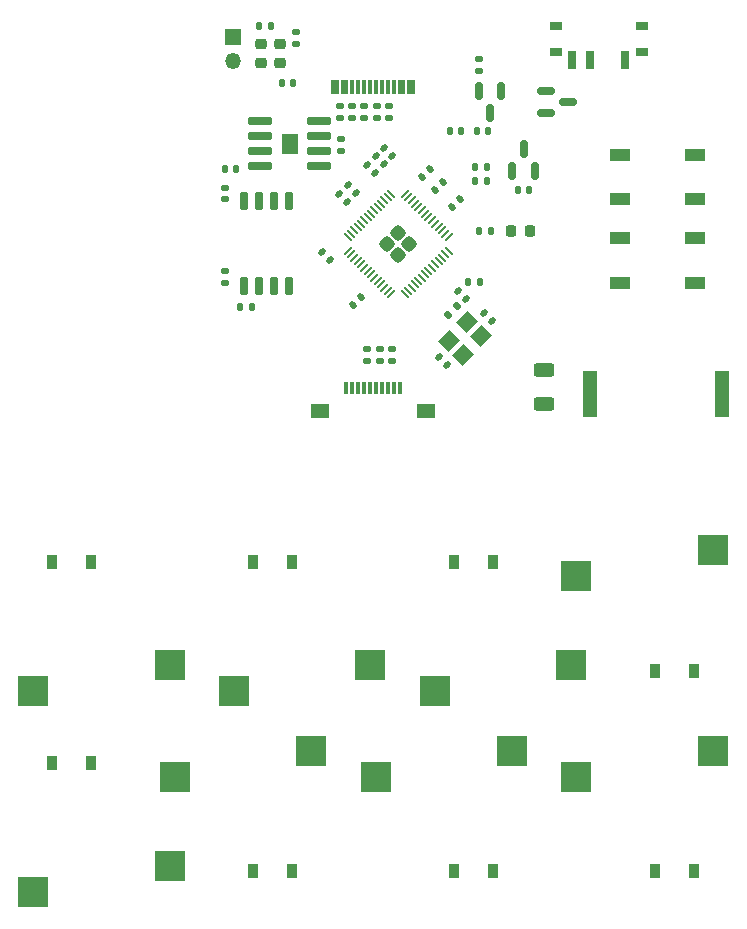
<source format=gbr>
%TF.GenerationSoftware,KiCad,Pcbnew,(6.0.4-0)*%
%TF.CreationDate,2023-04-02T18:55:50-05:00*%
%TF.ProjectId,noldaCoreRType,6e6f6c64-6143-46f7-9265-52547970652e,rev?*%
%TF.SameCoordinates,Original*%
%TF.FileFunction,Paste,Top*%
%TF.FilePolarity,Positive*%
%FSLAX46Y46*%
G04 Gerber Fmt 4.6, Leading zero omitted, Abs format (unit mm)*
G04 Created by KiCad (PCBNEW (6.0.4-0)) date 2023-04-02 18:55:50*
%MOMM*%
%LPD*%
G01*
G04 APERTURE LIST*
G04 Aperture macros list*
%AMRoundRect*
0 Rectangle with rounded corners*
0 $1 Rounding radius*
0 $2 $3 $4 $5 $6 $7 $8 $9 X,Y pos of 4 corners*
0 Add a 4 corners polygon primitive as box body*
4,1,4,$2,$3,$4,$5,$6,$7,$8,$9,$2,$3,0*
0 Add four circle primitives for the rounded corners*
1,1,$1+$1,$2,$3*
1,1,$1+$1,$4,$5*
1,1,$1+$1,$6,$7*
1,1,$1+$1,$8,$9*
0 Add four rect primitives between the rounded corners*
20,1,$1+$1,$2,$3,$4,$5,0*
20,1,$1+$1,$4,$5,$6,$7,0*
20,1,$1+$1,$6,$7,$8,$9,0*
20,1,$1+$1,$8,$9,$2,$3,0*%
%AMRotRect*
0 Rectangle, with rotation*
0 The origin of the aperture is its center*
0 $1 length*
0 $2 width*
0 $3 Rotation angle, in degrees counterclockwise*
0 Add horizontal line*
21,1,$1,$2,0,0,$3*%
G04 Aperture macros list end*
%ADD10C,0.010000*%
%ADD11RoundRect,0.135000X0.135000X0.185000X-0.135000X0.185000X-0.135000X-0.185000X0.135000X-0.185000X0*%
%ADD12RoundRect,0.218750X0.218750X0.256250X-0.218750X0.256250X-0.218750X-0.256250X0.218750X-0.256250X0*%
%ADD13R,0.900000X1.200000*%
%ADD14RoundRect,0.150000X-0.150000X0.587500X-0.150000X-0.587500X0.150000X-0.587500X0.150000X0.587500X0*%
%ADD15RoundRect,0.135000X-0.185000X0.135000X-0.185000X-0.135000X0.185000X-0.135000X0.185000X0.135000X0*%
%ADD16RoundRect,0.140000X-0.219203X-0.021213X-0.021213X-0.219203X0.219203X0.021213X0.021213X0.219203X0*%
%ADD17RoundRect,0.140000X-0.140000X-0.170000X0.140000X-0.170000X0.140000X0.170000X-0.140000X0.170000X0*%
%ADD18R,1.700000X1.000000*%
%ADD19RoundRect,0.140000X0.219203X0.021213X0.021213X0.219203X-0.219203X-0.021213X-0.021213X-0.219203X0*%
%ADD20RoundRect,0.140000X-0.021213X0.219203X-0.219203X0.021213X0.021213X-0.219203X0.219203X-0.021213X0*%
%ADD21RoundRect,0.140000X0.140000X0.170000X-0.140000X0.170000X-0.140000X-0.170000X0.140000X-0.170000X0*%
%ADD22O,1.350000X1.350000*%
%ADD23R,1.350000X1.350000*%
%ADD24RoundRect,0.135000X0.185000X-0.135000X0.185000X0.135000X-0.185000X0.135000X-0.185000X-0.135000X0*%
%ADD25R,1.650000X1.300000*%
%ADD26R,0.300000X1.000000*%
%ADD27RoundRect,0.150000X0.150000X-0.587500X0.150000X0.587500X-0.150000X0.587500X-0.150000X-0.587500X0*%
%ADD28RoundRect,0.135000X-0.035355X0.226274X-0.226274X0.035355X0.035355X-0.226274X0.226274X-0.035355X0*%
%ADD29RoundRect,0.140000X0.170000X-0.140000X0.170000X0.140000X-0.170000X0.140000X-0.170000X-0.140000X0*%
%ADD30RoundRect,0.140000X0.021213X-0.219203X0.219203X-0.021213X-0.021213X0.219203X-0.219203X0.021213X0*%
%ADD31R,0.700000X1.500000*%
%ADD32R,1.000000X0.800000*%
%ADD33RoundRect,0.218750X0.256250X-0.218750X0.256250X0.218750X-0.256250X0.218750X-0.256250X-0.218750X0*%
%ADD34RoundRect,0.250000X0.625000X-0.312500X0.625000X0.312500X-0.625000X0.312500X-0.625000X-0.312500X0*%
%ADD35R,0.300000X1.150000*%
%ADD36R,1.200000X4.000000*%
%ADD37RoundRect,0.135000X-0.135000X-0.185000X0.135000X-0.185000X0.135000X0.185000X-0.135000X0.185000X0*%
%ADD38RoundRect,0.150000X-0.587500X-0.150000X0.587500X-0.150000X0.587500X0.150000X-0.587500X0.150000X0*%
%ADD39RoundRect,0.150000X0.150000X-0.650000X0.150000X0.650000X-0.150000X0.650000X-0.150000X-0.650000X0*%
%ADD40RoundRect,0.050000X0.238649X-0.309359X0.309359X-0.238649X-0.238649X0.309359X-0.309359X0.238649X0*%
%ADD41RoundRect,0.050000X-0.238649X-0.309359X0.309359X0.238649X0.238649X0.309359X-0.309359X-0.238649X0*%
%ADD42RoundRect,0.250000X0.000000X-0.413257X0.413257X0.000000X0.000000X0.413257X-0.413257X0.000000X0*%
%ADD43RoundRect,0.042000X0.943000X0.258000X-0.943000X0.258000X-0.943000X-0.258000X0.943000X-0.258000X0*%
%ADD44RotRect,1.400000X1.200000X45.000000*%
%ADD45R,2.600000X2.600000*%
G04 APERTURE END LIST*
%TO.C,U2*%
G36*
X40311648Y-24194989D02*
G01*
X39021648Y-24194989D01*
X39021648Y-22554989D01*
X40311648Y-22554989D01*
X40311648Y-24194989D01*
G37*
D10*
X40311648Y-24194989D02*
X39021648Y-24194989D01*
X39021648Y-22554989D01*
X40311648Y-22554989D01*
X40311648Y-24194989D01*
%TD*%
D11*
%TO.C,R16*%
X56750000Y-30750000D03*
X55730000Y-30750000D03*
%TD*%
D12*
%TO.C,D12*%
X60037500Y-30750000D03*
X58462500Y-30750000D03*
%TD*%
D13*
%TO.C,D3*%
X22899990Y-58791639D03*
X19599990Y-58791639D03*
%TD*%
D14*
%TO.C,D11*%
X57616640Y-18895824D03*
X55716640Y-18895824D03*
X56666640Y-20770824D03*
%TD*%
D15*
%TO.C,R6*%
X43975000Y-21185000D03*
X43975000Y-20165000D03*
%TD*%
%TO.C,R10*%
X47050000Y-21185000D03*
X47050000Y-20165000D03*
%TD*%
D16*
%TO.C,C15*%
X53985589Y-35860589D03*
X54664411Y-36539411D03*
%TD*%
D17*
%TO.C,C22*%
X53270000Y-22325000D03*
X54230000Y-22325000D03*
%TD*%
D18*
%TO.C,SW1*%
X67683300Y-28108321D03*
X73983300Y-28108321D03*
X73983300Y-24308321D03*
X67683300Y-24308321D03*
%TD*%
D16*
%TO.C,C3*%
X56141683Y-37735607D03*
X56820505Y-38414429D03*
%TD*%
D19*
%TO.C,C14*%
X46985589Y-24435589D03*
X47664411Y-25114411D03*
%TD*%
D20*
%TO.C,C13*%
X45764411Y-36335589D03*
X45085589Y-37014411D03*
%TD*%
D21*
%TO.C,C19*%
X39980000Y-18250000D03*
X39020000Y-18250000D03*
%TD*%
D22*
%TO.C,J3*%
X34900000Y-16350000D03*
D23*
X34900000Y-14350000D03*
%TD*%
D24*
%TO.C,R7*%
X40200000Y-13890000D03*
X40200000Y-14910000D03*
%TD*%
D25*
%TO.C,J1*%
X42225000Y-46000000D03*
X51275000Y-46000000D03*
D26*
X49000000Y-44100000D03*
X48500000Y-44100000D03*
X48000000Y-44100000D03*
X47500000Y-44100000D03*
X47000000Y-44100000D03*
X46500000Y-44100000D03*
X46000000Y-44100000D03*
X45500000Y-44100000D03*
X45000000Y-44100000D03*
X44500000Y-44100000D03*
%TD*%
D19*
%TO.C,C17*%
X47710589Y-23710589D03*
X48389411Y-24389411D03*
%TD*%
D27*
%TO.C,U4*%
X58549972Y-25729155D03*
X60449972Y-25729155D03*
X59499972Y-23854155D03*
%TD*%
D15*
%TO.C,R1*%
X48075000Y-20165000D03*
X48075000Y-21185000D03*
%TD*%
D13*
%TO.C,D9*%
X53599974Y-84999960D03*
X56899974Y-84999960D03*
%TD*%
%TO.C,D5*%
X53599974Y-58791639D03*
X56899974Y-58791639D03*
%TD*%
D28*
%TO.C,R2*%
X53858358Y-37139376D03*
X53137110Y-37860624D03*
%TD*%
D13*
%TO.C,D7*%
X19599990Y-75791631D03*
X22899990Y-75791631D03*
%TD*%
D21*
%TO.C,C23*%
X59980000Y-27325000D03*
X59020000Y-27325000D03*
%TD*%
D29*
%TO.C,C6*%
X34225000Y-28104987D03*
X34225000Y-27144987D03*
%TD*%
D30*
%TO.C,C10*%
X53435589Y-28739411D03*
X54114411Y-28060589D03*
%TD*%
D31*
%TO.C,SW6*%
X63624969Y-16304993D03*
X65124969Y-16304993D03*
X68124969Y-16304993D03*
D32*
X62224969Y-15654993D03*
X62224969Y-13444993D03*
X69524969Y-15654993D03*
X69524969Y-13444993D03*
%TD*%
D17*
%TO.C,C18*%
X34228317Y-25499988D03*
X35188317Y-25499988D03*
%TD*%
D21*
%TO.C,C7*%
X55780000Y-35100000D03*
X54820000Y-35100000D03*
%TD*%
D30*
%TO.C,C12*%
X50935589Y-26239411D03*
X51614411Y-25560589D03*
%TD*%
D11*
%TO.C,R14*%
X55365000Y-26550000D03*
X56385000Y-26550000D03*
%TD*%
D33*
%TO.C,D1*%
X38850000Y-14962500D03*
X38850000Y-16537500D03*
%TD*%
D34*
%TO.C,R11*%
X61200000Y-45437500D03*
X61200000Y-42512500D03*
%TD*%
D29*
%TO.C,C5*%
X47308311Y-41755000D03*
X47308311Y-40795000D03*
%TD*%
D13*
%TO.C,D4*%
X36599982Y-58791639D03*
X39899982Y-58791639D03*
%TD*%
D35*
%TO.C,J2*%
X49799978Y-18544993D03*
X48999978Y-18544993D03*
X48499978Y-18544993D03*
X47499978Y-18544993D03*
X45999978Y-18544993D03*
X44999978Y-18544993D03*
X44499978Y-18544993D03*
X43699978Y-18544993D03*
X43399978Y-18544993D03*
X44199978Y-18544993D03*
X45499978Y-18544993D03*
X46499978Y-18544993D03*
X46999978Y-18544993D03*
X47999978Y-18544993D03*
X49299978Y-18544993D03*
X50099978Y-18544993D03*
%TD*%
D19*
%TO.C,C8*%
X44579411Y-28309411D03*
X43900589Y-27630589D03*
%TD*%
D15*
%TO.C,R12*%
X46025000Y-21185000D03*
X46025000Y-20165000D03*
%TD*%
D36*
%TO.C,BZ1*%
X65100000Y-44550000D03*
X76300000Y-44550000D03*
%TD*%
D15*
%TO.C,R15*%
X55750000Y-17210000D03*
X55750000Y-16190000D03*
%TD*%
D37*
%TO.C,R5*%
X36510000Y-37250000D03*
X35490000Y-37250000D03*
%TD*%
D17*
%TO.C,C21*%
X55520000Y-22325000D03*
X56480000Y-22325000D03*
%TD*%
D15*
%TO.C,R9*%
X44000000Y-24010000D03*
X44000000Y-22990000D03*
%TD*%
D18*
%TO.C,SW11*%
X67683300Y-35191651D03*
X73983300Y-35191651D03*
X67683300Y-31391651D03*
X73983300Y-31391651D03*
%TD*%
D38*
%TO.C,Q1*%
X61395804Y-18883324D03*
X61395804Y-20783324D03*
X63270804Y-19833324D03*
%TD*%
D37*
%TO.C,R8*%
X37090000Y-13400000D03*
X38110000Y-13400000D03*
%TD*%
D15*
%TO.C,R3*%
X45000000Y-20165000D03*
X45000000Y-21185000D03*
%TD*%
D39*
%TO.C,U1*%
X35845000Y-35474985D03*
X37115000Y-35474985D03*
X38385000Y-35474985D03*
X39655000Y-35474985D03*
X39655000Y-28274985D03*
X38385000Y-28274985D03*
X37115000Y-28274985D03*
X35845000Y-28274985D03*
%TD*%
D19*
%TO.C,C9*%
X45304411Y-27584411D03*
X44625589Y-26905589D03*
%TD*%
D40*
%TO.C,U3*%
X44605820Y-31282783D03*
X44888663Y-30999940D03*
X45171505Y-30717098D03*
X45454348Y-30434255D03*
X45737191Y-30151412D03*
X46020033Y-29868570D03*
X46302876Y-29585727D03*
X46585719Y-29302884D03*
X46868562Y-29020041D03*
X47151404Y-28737199D03*
X47434247Y-28454356D03*
X47717090Y-28171513D03*
X47999932Y-27888671D03*
X48282775Y-27605828D03*
D41*
X49467179Y-27605828D03*
X49750022Y-27888671D03*
X50032864Y-28171513D03*
X50315707Y-28454356D03*
X50598550Y-28737199D03*
X50881392Y-29020041D03*
X51164235Y-29302884D03*
X51447078Y-29585727D03*
X51729921Y-29868570D03*
X52012763Y-30151412D03*
X52295606Y-30434255D03*
X52578449Y-30717098D03*
X52861291Y-30999940D03*
X53144134Y-31282783D03*
D40*
X53144134Y-32467187D03*
X52861291Y-32750030D03*
X52578449Y-33032872D03*
X52295606Y-33315715D03*
X52012763Y-33598558D03*
X51729921Y-33881400D03*
X51447078Y-34164243D03*
X51164235Y-34447086D03*
X50881392Y-34729929D03*
X50598550Y-35012771D03*
X50315707Y-35295614D03*
X50032864Y-35578457D03*
X49750022Y-35861299D03*
X49467179Y-36144142D03*
D41*
X48282775Y-36144142D03*
X47999932Y-35861299D03*
X47717090Y-35578457D03*
X47434247Y-35295614D03*
X47151404Y-35012771D03*
X46868562Y-34729929D03*
X46585719Y-34447086D03*
X46302876Y-34164243D03*
X46020033Y-33881400D03*
X45737191Y-33598558D03*
X45454348Y-33315715D03*
X45171505Y-33032872D03*
X44888663Y-32750030D03*
X44605820Y-32467187D03*
D42*
X48874977Y-32776546D03*
X49776538Y-31874985D03*
X48874977Y-30973424D03*
X47973416Y-31874985D03*
%TD*%
D37*
%TO.C,R13*%
X56385000Y-25325000D03*
X55365000Y-25325000D03*
%TD*%
D19*
%TO.C,C1*%
X53020505Y-42089429D03*
X52341683Y-41410607D03*
%TD*%
%TO.C,C11*%
X43139411Y-33239411D03*
X42460589Y-32560589D03*
%TD*%
D20*
%TO.C,C20*%
X52714411Y-26660589D03*
X52035589Y-27339411D03*
%TD*%
D43*
%TO.C,U2*%
X37191648Y-25279989D03*
X37191648Y-24009989D03*
X37191648Y-22739989D03*
X37191648Y-21469989D03*
X42141648Y-21469989D03*
X42141648Y-22739989D03*
X42141648Y-24009989D03*
X42141648Y-25279989D03*
%TD*%
D44*
%TO.C,Y1*%
X54367099Y-41255635D03*
X55922734Y-39700000D03*
X54720653Y-38497919D03*
X53165018Y-40053554D03*
%TD*%
D33*
%TO.C,D2*%
X37250000Y-14962500D03*
X37250000Y-16537500D03*
%TD*%
D15*
%TO.C,R4*%
X34225000Y-35218317D03*
X34225000Y-34198317D03*
%TD*%
D13*
%TO.C,D6*%
X70599966Y-67999968D03*
X73899966Y-67999968D03*
%TD*%
%TO.C,D8*%
X36599982Y-84999960D03*
X39899982Y-84999960D03*
%TD*%
D29*
%TO.C,C4*%
X48350000Y-40795000D03*
X48350000Y-41755000D03*
%TD*%
%TO.C,C2*%
X46275000Y-40795000D03*
X46275000Y-41755000D03*
%TD*%
D13*
%TO.C,D10*%
X70599966Y-84999960D03*
X73899966Y-84999960D03*
%TD*%
D19*
%TO.C,C16*%
X46260589Y-25160589D03*
X46939411Y-25839411D03*
%TD*%
D45*
%TO.C,SW10*%
X63974966Y-76999962D03*
X75524966Y-74799962D03*
%TD*%
%TO.C,SW7*%
X29524990Y-84499962D03*
X17974990Y-86699962D03*
%TD*%
%TO.C,SW5*%
X63974966Y-59999970D03*
X75524966Y-57799970D03*
%TD*%
%TO.C,SW3*%
X46524982Y-67499970D03*
X34974982Y-69699970D03*
%TD*%
%TO.C,SW9*%
X46974974Y-76999962D03*
X58524974Y-74799962D03*
%TD*%
%TO.C,SW8*%
X29974982Y-76999962D03*
X41524982Y-74799962D03*
%TD*%
%TO.C,SW2*%
X29524990Y-67499970D03*
X17974990Y-69699970D03*
%TD*%
%TO.C,SW4*%
X63524974Y-67499970D03*
X51974974Y-69699970D03*
%TD*%
M02*

</source>
